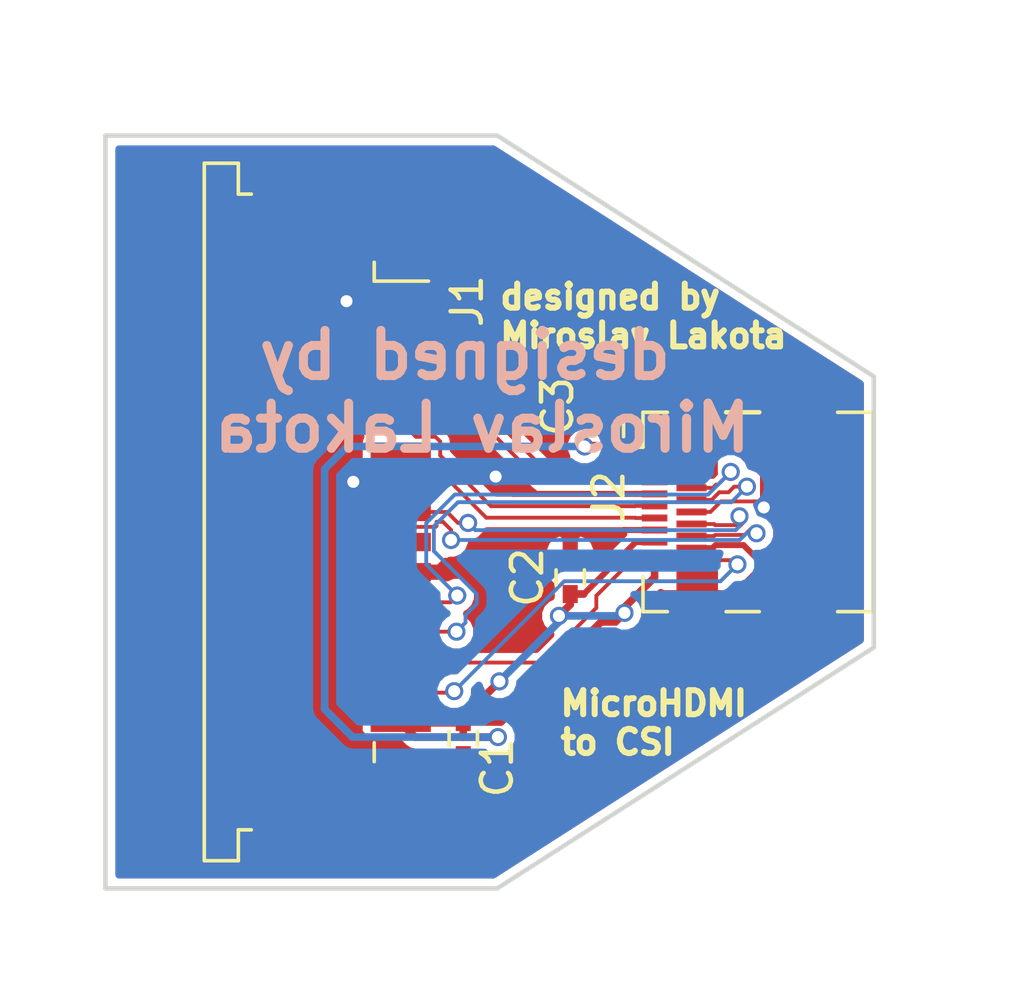
<source format=kicad_pcb>
(kicad_pcb (version 4) (host pcbnew 4.0.7)

  (general
    (links 32)
    (no_connects 0)
    (area 126.924999 87.424999 152.575001 112.575001)
    (thickness 1.6)
    (drawings 9)
    (tracks 242)
    (zones 0)
    (modules 5)
    (nets 13)
  )

  (page A4)
  (layers
    (0 F.Cu signal)
    (31 B.Cu signal)
    (32 B.Adhes user)
    (33 F.Adhes user)
    (34 B.Paste user)
    (35 F.Paste user)
    (36 B.SilkS user)
    (37 F.SilkS user)
    (38 B.Mask user)
    (39 F.Mask user)
    (40 Dwgs.User user)
    (41 Cmts.User user)
    (42 Eco1.User user)
    (43 Eco2.User user)
    (44 Edge.Cuts user)
    (45 Margin user)
    (46 B.CrtYd user)
    (47 F.CrtYd user)
    (48 B.Fab user)
    (49 F.Fab user)
  )

  (setup
    (last_trace_width 0.127)
    (user_trace_width 0.127)
    (user_trace_width 0.1524)
    (user_trace_width 0.2)
    (user_trace_width 0.254)
    (trace_clearance 0.127)
    (zone_clearance 0.254)
    (zone_45_only no)
    (trace_min 0.127)
    (segment_width 0.2)
    (edge_width 0.15)
    (via_size 0.6)
    (via_drill 0.4)
    (via_min_size 0.6)
    (via_min_drill 0.3)
    (uvia_size 0.3)
    (uvia_drill 0.1)
    (uvias_allowed no)
    (uvia_min_size 0.2)
    (uvia_min_drill 0.1)
    (pcb_text_width 0.3)
    (pcb_text_size 1.5 1.5)
    (mod_edge_width 0.15)
    (mod_text_size 1 1)
    (mod_text_width 0.15)
    (pad_size 1.524 1.524)
    (pad_drill 0.762)
    (pad_to_mask_clearance 0.2)
    (aux_axis_origin 0 0)
    (visible_elements 7FFFFFFF)
    (pcbplotparams
      (layerselection 0x010fc_80000001)
      (usegerberextensions false)
      (usegerberattributes true)
      (excludeedgelayer false)
      (linewidth 0.150000)
      (plotframeref false)
      (viasonmask false)
      (mode 1)
      (useauxorigin true)
      (hpglpennumber 1)
      (hpglpenspeed 20)
      (hpglpendiameter 15)
      (hpglpenoverlay 2)
      (psnegative false)
      (psa4output false)
      (plotreference true)
      (plotvalue true)
      (plotinvisibletext false)
      (padsonsilk false)
      (subtractmaskfromsilk false)
      (outputformat 1)
      (mirror false)
      (drillshape 0)
      (scaleselection 1)
      (outputdirectory GerberHDMItoCSI/))
  )

  (net 0 "")
  (net 1 /3V3)
  (net 2 GND)
  (net 3 /DSI1_D0-)
  (net 4 /DSI1_D0+)
  (net 5 /DSI1_D1-)
  (net 6 /DSI1_D1+)
  (net 7 /DSI1_C-)
  (net 8 /DSI1_C+)
  (net 9 /CAM_GPIO)
  (net 10 /CAM_CLK)
  (net 11 /SCL)
  (net 12 /SDA)

  (net_class Default "This is the default net class."
    (clearance 0.127)
    (trace_width 0.127)
    (via_dia 0.6)
    (via_drill 0.4)
    (uvia_dia 0.3)
    (uvia_drill 0.1)
    (add_net /3V3)
    (add_net /CAM_CLK)
    (add_net /CAM_GPIO)
    (add_net /DSI1_C+)
    (add_net /DSI1_C-)
    (add_net /DSI1_D0+)
    (add_net /DSI1_D0-)
    (add_net /DSI1_D1+)
    (add_net /DSI1_D1-)
    (add_net /SCL)
    (add_net /SDA)
    (add_net GND)
  )

  (module Capacitors_SMD:C_0402 (layer F.Cu) (tedit 58AA841A) (tstamp 5AC92D28)
    (at 138.875 107.525 270)
    (descr "Capacitor SMD 0402, reflow soldering, AVX (see smccp.pdf)")
    (tags "capacitor 0402")
    (path /5AC91378)
    (attr smd)
    (fp_text reference C1 (at 0.975 -1.125 270) (layer F.SilkS)
      (effects (font (size 1 1) (thickness 0.15)))
    )
    (fp_text value 1uF (at 0 1.27 270) (layer F.Fab)
      (effects (font (size 1 1) (thickness 0.15)))
    )
    (fp_text user %R (at 0 -1.27 270) (layer F.Fab)
      (effects (font (size 1 1) (thickness 0.15)))
    )
    (fp_line (start -0.5 0.25) (end -0.5 -0.25) (layer F.Fab) (width 0.1))
    (fp_line (start 0.5 0.25) (end -0.5 0.25) (layer F.Fab) (width 0.1))
    (fp_line (start 0.5 -0.25) (end 0.5 0.25) (layer F.Fab) (width 0.1))
    (fp_line (start -0.5 -0.25) (end 0.5 -0.25) (layer F.Fab) (width 0.1))
    (fp_line (start 0.25 -0.47) (end -0.25 -0.47) (layer F.SilkS) (width 0.12))
    (fp_line (start -0.25 0.47) (end 0.25 0.47) (layer F.SilkS) (width 0.12))
    (fp_line (start -1 -0.4) (end 1 -0.4) (layer F.CrtYd) (width 0.05))
    (fp_line (start -1 -0.4) (end -1 0.4) (layer F.CrtYd) (width 0.05))
    (fp_line (start 1 0.4) (end 1 -0.4) (layer F.CrtYd) (width 0.05))
    (fp_line (start 1 0.4) (end -1 0.4) (layer F.CrtYd) (width 0.05))
    (pad 1 smd rect (at -0.55 0 270) (size 0.6 0.5) (layers F.Cu F.Paste F.Mask)
      (net 1 /3V3))
    (pad 2 smd rect (at 0.55 0 270) (size 0.6 0.5) (layers F.Cu F.Paste F.Mask)
      (net 2 GND))
    (model Capacitors_SMD.3dshapes/C_0402.wrl
      (at (xyz 0 0 0))
      (scale (xyz 1 1 1))
      (rotate (xyz 0 0 0))
    )
  )

  (module Capacitors_SMD:C_0402 (layer F.Cu) (tedit 58AA841A) (tstamp 5AC92D39)
    (at 142.425 102.175 90)
    (descr "Capacitor SMD 0402, reflow soldering, AVX (see smccp.pdf)")
    (tags "capacitor 0402")
    (path /5AC9147C)
    (attr smd)
    (fp_text reference C2 (at 0 -1.425 90) (layer F.SilkS)
      (effects (font (size 1 1) (thickness 0.15)))
    )
    (fp_text value 1uF (at 0 1.27 90) (layer F.Fab)
      (effects (font (size 1 1) (thickness 0.15)))
    )
    (fp_text user %R (at 0 -1.27 90) (layer F.Fab)
      (effects (font (size 1 1) (thickness 0.15)))
    )
    (fp_line (start -0.5 0.25) (end -0.5 -0.25) (layer F.Fab) (width 0.1))
    (fp_line (start 0.5 0.25) (end -0.5 0.25) (layer F.Fab) (width 0.1))
    (fp_line (start 0.5 -0.25) (end 0.5 0.25) (layer F.Fab) (width 0.1))
    (fp_line (start -0.5 -0.25) (end 0.5 -0.25) (layer F.Fab) (width 0.1))
    (fp_line (start 0.25 -0.47) (end -0.25 -0.47) (layer F.SilkS) (width 0.12))
    (fp_line (start -0.25 0.47) (end 0.25 0.47) (layer F.SilkS) (width 0.12))
    (fp_line (start -1 -0.4) (end 1 -0.4) (layer F.CrtYd) (width 0.05))
    (fp_line (start -1 -0.4) (end -1 0.4) (layer F.CrtYd) (width 0.05))
    (fp_line (start 1 0.4) (end 1 -0.4) (layer F.CrtYd) (width 0.05))
    (fp_line (start 1 0.4) (end -1 0.4) (layer F.CrtYd) (width 0.05))
    (pad 1 smd rect (at -0.55 0 90) (size 0.6 0.5) (layers F.Cu F.Paste F.Mask)
      (net 1 /3V3))
    (pad 2 smd rect (at 0.55 0 90) (size 0.6 0.5) (layers F.Cu F.Paste F.Mask)
      (net 2 GND))
    (model Capacitors_SMD.3dshapes/C_0402.wrl
      (at (xyz 0 0 0))
      (scale (xyz 1 1 1))
      (rotate (xyz 0 0 0))
    )
  )

  (module Capacitors_SMD:C_0402 (layer F.Cu) (tedit 58AA841A) (tstamp 5AC92D4A)
    (at 143.725 97.25 90)
    (descr "Capacitor SMD 0402, reflow soldering, AVX (see smccp.pdf)")
    (tags "capacitor 0402")
    (path /5AC914D7)
    (attr smd)
    (fp_text reference C3 (at 0.75 -1.725 90) (layer F.SilkS)
      (effects (font (size 1 1) (thickness 0.15)))
    )
    (fp_text value 1uF (at 0 1.27 90) (layer F.Fab)
      (effects (font (size 1 1) (thickness 0.15)))
    )
    (fp_text user %R (at 0 -1.27 90) (layer F.Fab)
      (effects (font (size 1 1) (thickness 0.15)))
    )
    (fp_line (start -0.5 0.25) (end -0.5 -0.25) (layer F.Fab) (width 0.1))
    (fp_line (start 0.5 0.25) (end -0.5 0.25) (layer F.Fab) (width 0.1))
    (fp_line (start 0.5 -0.25) (end 0.5 0.25) (layer F.Fab) (width 0.1))
    (fp_line (start -0.5 -0.25) (end 0.5 -0.25) (layer F.Fab) (width 0.1))
    (fp_line (start 0.25 -0.47) (end -0.25 -0.47) (layer F.SilkS) (width 0.12))
    (fp_line (start -0.25 0.47) (end 0.25 0.47) (layer F.SilkS) (width 0.12))
    (fp_line (start -1 -0.4) (end 1 -0.4) (layer F.CrtYd) (width 0.05))
    (fp_line (start -1 -0.4) (end -1 0.4) (layer F.CrtYd) (width 0.05))
    (fp_line (start 1 0.4) (end 1 -0.4) (layer F.CrtYd) (width 0.05))
    (fp_line (start 1 0.4) (end -1 0.4) (layer F.CrtYd) (width 0.05))
    (pad 1 smd rect (at -0.55 0 90) (size 0.6 0.5) (layers F.Cu F.Paste F.Mask)
      (net 1 /3V3))
    (pad 2 smd rect (at 0.55 0 90) (size 0.6 0.5) (layers F.Cu F.Paste F.Mask)
      (net 2 GND))
    (model Capacitors_SMD.3dshapes/C_0402.wrl
      (at (xyz 0 0 0))
      (scale (xyz 1 1 1))
      (rotate (xyz 0 0 0))
    )
  )

  (module Connectors_TE-Connectivity:TE_1-84952-5_1x15_P1.0mm_Horizontal (layer F.Cu) (tedit 5A0358B4) (tstamp 5AC92D7F)
    (at 135 100 270)
    (descr "TE FPC connector, 15 bottom-side contacts, 1.0mm pitch, 1.0mm height, SMT, http://www.te.com/commerce/DocumentDelivery/DDEController?Action=srchrtrv&DocNm=84952&DocType=Customer+Drawing&DocLang=English&DocFormat=pdf&PartCntxt=84952-4")
    (tags "te fpc 84952")
    (path /5AC9041C)
    (attr smd)
    (fp_text reference J1 (at -7 -4 270) (layer F.SilkS)
      (effects (font (size 1 1) (thickness 0.15)))
    )
    (fp_text value RPI/CAM (at 0 6 270) (layer F.Fab)
      (effects (font (size 1 1) (thickness 0.15)))
    )
    (fp_line (start -10.435 -0.8) (end 10.435 -0.8) (layer F.Fab) (width 0.1))
    (fp_line (start 10.435 -0.8) (end 10.435 3.71) (layer F.Fab) (width 0.1))
    (fp_line (start 10.435 3.71) (end 11.46 3.71) (layer F.Fab) (width 0.1))
    (fp_line (start 11.46 3.71) (end 11.46 4.6) (layer F.Fab) (width 0.1))
    (fp_line (start 11.46 4.6) (end -11.46 4.6) (layer F.Fab) (width 0.1))
    (fp_line (start -11.46 4.6) (end -11.46 3.71) (layer F.Fab) (width 0.1))
    (fp_line (start -11.46 3.71) (end -10.435 3.71) (layer F.Fab) (width 0.1))
    (fp_line (start -10.435 3.71) (end -10.435 -0.8) (layer F.Fab) (width 0.1))
    (fp_line (start -7.5 -0.8) (end -7 0.2) (layer F.Fab) (width 0.1))
    (fp_line (start -7 0.2) (end -6.5 -0.8) (layer F.Fab) (width 0.1))
    (fp_line (start 10.435 4.6) (end 10.435 5.61) (layer F.Fab) (width 0.1))
    (fp_line (start 10.435 5.61) (end 11.46 5.61) (layer F.Fab) (width 0.1))
    (fp_line (start 11.46 5.61) (end 11.46 6.5) (layer F.Fab) (width 0.1))
    (fp_line (start 11.46 6.5) (end -11.46 6.5) (layer F.Fab) (width 0.1))
    (fp_line (start -11.46 6.5) (end -11.46 5.61) (layer F.Fab) (width 0.1))
    (fp_line (start -11.46 5.61) (end -10.435 5.61) (layer F.Fab) (width 0.1))
    (fp_line (start -10.435 5.61) (end -10.435 4.6) (layer F.Fab) (width 0.1))
    (fp_line (start 10.555 3.16) (end 10.555 3.59) (layer F.SilkS) (width 0.12))
    (fp_line (start 10.555 3.59) (end 11.58 3.59) (layer F.SilkS) (width 0.12))
    (fp_line (start 11.58 3.59) (end 11.58 4.72) (layer F.SilkS) (width 0.12))
    (fp_line (start 11.58 4.72) (end -11.58 4.72) (layer F.SilkS) (width 0.12))
    (fp_line (start -11.58 4.72) (end -11.58 3.59) (layer F.SilkS) (width 0.12))
    (fp_line (start -11.58 3.59) (end -10.555 3.59) (layer F.SilkS) (width 0.12))
    (fp_line (start -10.555 3.59) (end -10.555 3.16) (layer F.SilkS) (width 0.12))
    (fp_line (start -8.29 -0.92) (end -7.665 -0.92) (layer F.SilkS) (width 0.12))
    (fp_line (start -7.665 -0.92) (end -7.665 -2.72) (layer F.SilkS) (width 0.12))
    (fp_line (start 7.665 -0.92) (end 8.29 -0.92) (layer F.SilkS) (width 0.12))
    (fp_line (start -11.96 -3.3) (end -11.96 7) (layer F.CrtYd) (width 0.05))
    (fp_line (start -11.96 7) (end 11.96 7) (layer F.CrtYd) (width 0.05))
    (fp_line (start 11.96 7) (end 11.96 -3.3) (layer F.CrtYd) (width 0.05))
    (fp_line (start 11.96 -3.3) (end -11.96 -3.3) (layer F.CrtYd) (width 0.05))
    (fp_text user %R (at 9.5 6 270) (layer F.Fab)
      (effects (font (size 1 1) (thickness 0.15)))
    )
    (pad 1 smd rect (at -7 -1.8 270) (size 0.61 2) (layers F.Cu F.Paste F.Mask)
      (net 2 GND))
    (pad 2 smd rect (at -6 -1.8 270) (size 0.61 2) (layers F.Cu F.Paste F.Mask)
      (net 3 /DSI1_D0-))
    (pad 3 smd rect (at -5 -1.8 270) (size 0.61 2) (layers F.Cu F.Paste F.Mask)
      (net 4 /DSI1_D0+))
    (pad 4 smd rect (at -4 -1.8 270) (size 0.61 2) (layers F.Cu F.Paste F.Mask)
      (net 2 GND))
    (pad 5 smd rect (at -3 -1.8 270) (size 0.61 2) (layers F.Cu F.Paste F.Mask)
      (net 5 /DSI1_D1-))
    (pad 6 smd rect (at -2 -1.8 270) (size 0.61 2) (layers F.Cu F.Paste F.Mask)
      (net 6 /DSI1_D1+))
    (pad 7 smd rect (at -1 -1.8 270) (size 0.61 2) (layers F.Cu F.Paste F.Mask)
      (net 2 GND))
    (pad 8 smd rect (at 0 -1.8 270) (size 0.61 2) (layers F.Cu F.Paste F.Mask)
      (net 7 /DSI1_C-))
    (pad 9 smd rect (at 1 -1.8 270) (size 0.61 2) (layers F.Cu F.Paste F.Mask)
      (net 8 /DSI1_C+))
    (pad 10 smd rect (at 2 -1.8 270) (size 0.61 2) (layers F.Cu F.Paste F.Mask)
      (net 2 GND))
    (pad 11 smd rect (at 3 -1.8 270) (size 0.61 2) (layers F.Cu F.Paste F.Mask)
      (net 9 /CAM_GPIO))
    (pad 12 smd rect (at 4 -1.8 270) (size 0.61 2) (layers F.Cu F.Paste F.Mask)
      (net 10 /CAM_CLK))
    (pad 13 smd rect (at 5 -1.8 270) (size 0.61 2) (layers F.Cu F.Paste F.Mask)
      (net 11 /SCL))
    (pad 14 smd rect (at 6 -1.8 270) (size 0.61 2) (layers F.Cu F.Paste F.Mask)
      (net 12 /SDA))
    (pad 15 smd rect (at 7 -1.8 270) (size 0.61 2) (layers F.Cu F.Paste F.Mask)
      (net 1 /3V3))
    (pad "" smd rect (at -9.99 1 270) (size 2.68 3.6) (layers F.Cu F.Paste F.Mask))
    (pad "" smd rect (at 9.99 1 270) (size 2.68 3.6) (layers F.Cu F.Paste F.Mask))
    (model ${KISYS3DMOD}/Connectors_TE-Connectivity.3dshapes/TE_1-84952-5_1x15_P1.0mm_Horizontal.wrl
      (at (xyz 0 0 0))
      (scale (xyz 1 1 1))
      (rotate (xyz 0 0 0))
    )
  )

  (module Connectors_HDMI:HDMI_Micro-D_Molex_46765-0x01 (layer F.Cu) (tedit 597F88BE) (tstamp 5AC92DBD)
    (at 150 100 90)
    (descr "HDMI, Micro, Type D, SMD, 0.4mm pitch, 19 ckt, right angle (http://www.molex.com/pdm_docs/sd/467651301_sd.pdf)")
    (tags "hdmi micro type d right angle smd")
    (path /5AC905EA)
    (attr smd)
    (fp_text reference J2 (at 0.5 -6.3 90) (layer F.SilkS)
      (effects (font (size 1 1) (thickness 0.15)))
    )
    (fp_text value MicroHDMI (at 5.5 -4 180) (layer F.Fab)
      (effects (font (size 1 1) (thickness 0.15)))
    )
    (fp_text user KEEPOUT (at 0 -0.47 90) (layer Cmts.User)
      (effects (font (size 0.7 0.7) (thickness 0.1)))
    )
    (fp_line (start 1.8 -4.6) (end 1.3 -5.1) (layer F.Fab) (width 0.1))
    (fp_line (start 1.8 -4.6) (end 2.3 -5.1) (layer F.Fab) (width 0.1))
    (fp_line (start -3.31 2.46) (end 3.31 2.46) (layer F.SilkS) (width 0.12))
    (fp_line (start 2.35 -2.46) (end 2.35 1.7) (layer Dwgs.User) (width 0.1))
    (fp_line (start -2.35 -2.46) (end 2.35 -2.46) (layer Dwgs.User) (width 0.1))
    (fp_line (start -2.35 1.7) (end -2.35 -2.46) (layer Dwgs.User) (width 0.1))
    (fp_line (start -3 1.7) (end 3 1.7) (layer Dwgs.User) (width 0.1))
    (fp_line (start 4.3 -5.7) (end -4.3 -5.7) (layer F.CrtYd) (width 0.05))
    (fp_line (start 4.3 2.9) (end 4.3 -5.7) (layer F.CrtYd) (width 0.05))
    (fp_line (start -4.3 2.9) (end 4.3 2.9) (layer F.CrtYd) (width 0.05))
    (fp_line (start -4.3 -5.7) (end -4.3 2.9) (layer F.CrtYd) (width 0.05))
    (fp_line (start 3.31 1.3) (end 3.31 2.46) (layer F.SilkS) (width 0.12))
    (fp_line (start 3.31 -2.4) (end 3.31 -1.3) (layer F.SilkS) (width 0.15))
    (fp_line (start 3.31 -5.16) (end 3.31 -4.35) (layer F.SilkS) (width 0.12))
    (fp_line (start -3.31 -5.16) (end -2.15 -5.16) (layer F.SilkS) (width 0.12))
    (fp_line (start -3.31 -4.35) (end -3.31 -5.16) (layer F.SilkS) (width 0.12))
    (fp_line (start -3.31 -1.3) (end -3.31 -2.4) (layer F.SilkS) (width 0.12))
    (fp_line (start -3.31 2.46) (end -3.31 1.3) (layer F.SilkS) (width 0.12))
    (fp_line (start 3.25 2.4) (end -3.25 2.4) (layer F.Fab) (width 0.1))
    (fp_line (start 2.3 -5.1) (end 3.25 -5.1) (layer F.Fab) (width 0.1))
    (fp_text user %R (at 0 -3.3 90) (layer F.Fab)
      (effects (font (size 1 1) (thickness 0.15)))
    )
    (fp_line (start 2.15 -5.16) (end 3.31 -5.16) (layer F.SilkS) (width 0.12))
    (fp_line (start 1.65 1.7) (end 2.35 1) (layer Dwgs.User) (width 0.1))
    (fp_line (start 0.65 1.7) (end 2.35 0) (layer Dwgs.User) (width 0.1))
    (fp_line (start -2.35 -0.3) (end -0.19 -2.46) (layer Dwgs.User) (width 0.1))
    (fp_line (start -0.35 1.7) (end 2.35 -1) (layer Dwgs.User) (width 0.1))
    (fp_line (start -1.35 1.7) (end 2.35 -2) (layer Dwgs.User) (width 0.1))
    (fp_line (start -2.35 1.7) (end 1.81 -2.46) (layer Dwgs.User) (width 0.1))
    (fp_line (start 3.25 -5.1) (end 3.25 2.4) (layer F.Fab) (width 0.1))
    (fp_line (start -3.25 2.4) (end -3.25 -5.1) (layer F.Fab) (width 0.1))
    (fp_line (start -2.35 -1.3) (end -1.19 -2.46) (layer Dwgs.User) (width 0.1))
    (fp_line (start -2.35 0.7) (end 0.81 -2.46) (layer Dwgs.User) (width 0.1))
    (fp_line (start 2.15 -5.16) (end 2.15 -5.36) (layer F.SilkS) (width 0.12))
    (fp_line (start -3.25 -5.1) (end 1.3 -5.1) (layer F.Fab) (width 0.1))
    (pad 20 smd rect (at -2.85 0 90) (size 1.7 2) (layers F.Cu F.Paste F.Mask)
      (net 2 GND))
    (pad 20 smd rect (at 2.85 0 90) (size 1.7 2) (layers F.Cu F.Paste F.Mask)
      (net 2 GND))
    (pad 20 smd rect (at -2.85 -3.36 90) (size 1.8 1.38) (layers F.Cu F.Paste F.Mask)
      (net 2 GND))
    (pad 20 smd rect (at 2.85 -3.36 90) (size 1.8 1.38) (layers F.Cu F.Paste F.Mask)
      (net 2 GND))
    (pad 1 smd rect (at 1.8 -4.775 90) (size 0.23 0.85) (layers F.Cu F.Paste F.Mask)
      (net 1 /3V3))
    (pad 3 smd rect (at 1.4 -4.775 90) (size 0.23 0.85) (layers F.Cu F.Paste F.Mask)
      (net 3 /DSI1_D0-))
    (pad 5 smd rect (at 1 -4.775 90) (size 0.23 0.85) (layers F.Cu F.Paste F.Mask)
      (net 4 /DSI1_D0+))
    (pad 7 smd rect (at 0.6 -4.775 90) (size 0.23 0.85) (layers F.Cu F.Paste F.Mask)
      (net 2 GND))
    (pad 9 smd rect (at 0.2 -4.775 90) (size 0.23 0.85) (layers F.Cu F.Paste F.Mask)
      (net 5 /DSI1_D1-))
    (pad 11 smd rect (at -0.2 -4.775 90) (size 0.23 0.85) (layers F.Cu F.Paste F.Mask)
      (net 6 /DSI1_D1+))
    (pad 13 smd rect (at -0.6 -4.775 90) (size 0.23 0.85) (layers F.Cu F.Paste F.Mask)
      (net 2 GND))
    (pad 15 smd rect (at -1 -4.775 90) (size 0.23 0.85) (layers F.Cu F.Paste F.Mask)
      (net 1 /3V3))
    (pad 17 smd rect (at -1.4 -4.775 90) (size 0.23 0.85) (layers F.Cu F.Paste F.Mask)
      (net 11 /SCL))
    (pad 19 smd rect (at -1.8 -4.775 90) (size 0.23 0.85) (layers F.Cu F.Paste F.Mask)
      (net 1 /3V3))
    (pad 2 smd rect (at 1.6 -3.55 90) (size 0.23 1) (layers F.Cu F.Paste F.Mask)
      (net 1 /3V3))
    (pad 4 smd rect (at 1.2 -3.55 90) (size 0.23 1) (layers F.Cu F.Paste F.Mask)
      (net 2 GND))
    (pad 6 smd rect (at 0.8 -3.55 90) (size 0.23 1) (layers F.Cu F.Paste F.Mask)
      (net 9 /CAM_GPIO))
    (pad 8 smd rect (at 0.4 -3.55 90) (size 0.23 1) (layers F.Cu F.Paste F.Mask)
      (net 10 /CAM_CLK))
    (pad 10 smd rect (at 0 -3.55 90) (size 0.23 1) (layers F.Cu F.Paste F.Mask)
      (net 2 GND))
    (pad 12 smd rect (at -0.4 -3.55 90) (size 0.23 1) (layers F.Cu F.Paste F.Mask)
      (net 7 /DSI1_C-))
    (pad 14 smd rect (at -0.8 -3.55 90) (size 0.23 1) (layers F.Cu F.Paste F.Mask)
      (net 8 /DSI1_C+))
    (pad 16 smd rect (at -1.2 -3.55 90) (size 0.23 1) (layers F.Cu F.Paste F.Mask)
      (net 2 GND))
    (pad 18 smd rect (at -1.6 -3.55 90) (size 0.23 1) (layers F.Cu F.Paste F.Mask)
      (net 12 /SDA))
    (model ${KISYS3DMOD}/Connectors_HDMI.3dshapes/HDMI_Micro-D_Molex_46765-0x01.wrl
      (at (xyz 0 0 0))
      (scale (xyz 1 1 1))
      (rotate (xyz 0 0 0))
    )
  )

  (gr_text "MicroHDMI\nto CSI\n" (at 142 107) (layer F.SilkS) (tstamp 5ACA29F4)
    (effects (font (size 0.8 0.8) (thickness 0.2)) (justify left))
  )
  (gr_text "designed by\nMiroslav Lakota" (at 140 93.5) (layer F.SilkS)
    (effects (font (size 0.8 0.8) (thickness 0.2)) (justify left))
  )
  (gr_text "  designed by \nMiroslav Lakota\n" (at 139.5 96) (layer B.SilkS)
    (effects (font (size 1.5 1.5) (thickness 0.3)) (justify mirror))
  )
  (gr_line (start 152.5 104.5) (end 140 112.5) (layer Edge.Cuts) (width 0.15))
  (gr_line (start 152.5 95.5) (end 152.5 104.5) (layer Edge.Cuts) (width 0.15))
  (gr_line (start 140 87.5) (end 152.5 95.5) (layer Edge.Cuts) (width 0.15))
  (gr_line (start 127 87.5) (end 140 87.5) (layer Edge.Cuts) (width 0.15))
  (gr_line (start 127 112.5) (end 140 112.5) (layer Edge.Cuts) (width 0.15))
  (gr_line (start 127 87.5) (end 127 112.5) (layer Edge.Cuts) (width 0.15))

  (segment (start 140.025 107.475) (end 138.875 107.475) (width 0.254) (layer F.Cu) (net 1))
  (segment (start 138.875 107.475) (end 137.275 107.475) (width 0.254) (layer F.Cu) (net 1))
  (segment (start 138.875 106.975) (end 138.875 107.475) (width 0.254) (layer F.Cu) (net 1))
  (segment (start 140.025 107.475) (end 139.375 107.475) (width 0.254) (layer F.Cu) (net 1))
  (segment (start 137.275 107.475) (end 136.8 107) (width 0.254) (layer F.Cu) (net 1))
  (segment (start 134.275 106.55) (end 135.2 107.475) (width 0.254) (layer B.Cu) (net 1))
  (segment (start 135.2 107.475) (end 140.025 107.475) (width 0.254) (layer B.Cu) (net 1))
  (via (at 140.025 107.475) (size 0.6) (drill 0.4) (layers F.Cu B.Cu) (net 1))
  (segment (start 134.275 98.575) (end 134.275 106.55) (width 0.254) (layer B.Cu) (net 1))
  (segment (start 135.025 97.825) (end 134.275 98.575) (width 0.254) (layer B.Cu) (net 1))
  (segment (start 142.9 97.825) (end 135.025 97.825) (width 0.254) (layer B.Cu) (net 1))
  (segment (start 140.075 105.625) (end 142.05 103.65) (width 0.254) (layer B.Cu) (net 1))
  (segment (start 142.05 103.65) (end 142.05 103.45) (width 0.254) (layer B.Cu) (net 1))
  (segment (start 138.875 106.975) (end 138.875 106.825) (width 0.254) (layer F.Cu) (net 1))
  (segment (start 138.875 106.825) (end 140.075 105.625) (width 0.254) (layer F.Cu) (net 1))
  (via (at 140.075 105.625) (size 0.6) (drill 0.4) (layers F.Cu B.Cu) (net 1))
  (segment (start 143.450001 103.649999) (end 140.125 106.975) (width 0.254) (layer F.Cu) (net 1))
  (segment (start 140.125 106.975) (end 138.875 106.975) (width 0.254) (layer F.Cu) (net 1))
  (segment (start 144.225 103.35) (end 143.925001 103.649999) (width 0.254) (layer F.Cu) (net 1))
  (segment (start 143.925001 103.649999) (end 143.450001 103.649999) (width 0.254) (layer F.Cu) (net 1))
  (segment (start 136.8 107) (end 138.85 107) (width 0.254) (layer F.Cu) (net 1))
  (segment (start 138.85 107) (end 138.875 106.975) (width 0.254) (layer F.Cu) (net 1))
  (segment (start 142.05 103.45) (end 144.125 103.45) (width 0.254) (layer B.Cu) (net 1))
  (segment (start 144.125 103.45) (end 144.225 103.35) (width 0.254) (layer B.Cu) (net 1))
  (segment (start 142.425 102.725) (end 142.425 103.075) (width 0.254) (layer F.Cu) (net 1))
  (segment (start 142.425 103.075) (end 142.05 103.45) (width 0.254) (layer F.Cu) (net 1))
  (via (at 142.05 103.45) (size 0.6) (drill 0.4) (layers F.Cu B.Cu) (net 1))
  (via (at 144.225 103.35) (size 0.6) (drill 0.4) (layers F.Cu B.Cu) (net 1))
  (segment (start 144.225 103.169) (end 144.225 103.35) (width 0.254) (layer F.Cu) (net 1))
  (segment (start 145.225 101.8) (end 145.225 102.169) (width 0.254) (layer F.Cu) (net 1))
  (segment (start 145.225 102.169) (end 144.225 103.169) (width 0.254) (layer F.Cu) (net 1))
  (segment (start 143.725 97.8) (end 142.925 97.8) (width 0.254) (layer F.Cu) (net 1))
  (segment (start 142.925 97.8) (end 142.9 97.825) (width 0.254) (layer F.Cu) (net 1))
  (via (at 142.9 97.825) (size 0.6) (drill 0.4) (layers F.Cu B.Cu) (net 1))
  (segment (start 142.425 102.725) (end 142.875 102.725) (width 0.254) (layer F.Cu) (net 1))
  (segment (start 143.725 97.8) (end 144.825 97.8) (width 0.2) (layer F.Cu) (net 1))
  (segment (start 144.825 97.8) (end 145.225 98.2) (width 0.2) (layer F.Cu) (net 1))
  (segment (start 146.45 98.4) (end 145.973602 98.4) (width 0.2) (layer F.Cu) (net 1))
  (segment (start 145.973602 98.4) (end 145.773602 98.2) (width 0.2) (layer F.Cu) (net 1))
  (segment (start 145.773602 98.2) (end 145.225 98.2) (width 0.2) (layer F.Cu) (net 1))
  (segment (start 145.225 101) (end 144.6 101) (width 0.2) (layer F.Cu) (net 1))
  (segment (start 144.6 101) (end 142.875 102.725) (width 0.2) (layer F.Cu) (net 1))
  (segment (start 139.95 98.825) (end 135.4 98.825) (width 0.2) (layer B.Cu) (net 2))
  (segment (start 135.4 98.825) (end 135.225 99) (width 0.2) (layer B.Cu) (net 2))
  (segment (start 136.8 93) (end 135 93) (width 0.2) (layer F.Cu) (net 2))
  (via (at 135 93) (size 0.6) (drill 0.4) (layers F.Cu B.Cu) (net 2))
  (segment (start 136.8 102) (end 137.9 102) (width 0.2) (layer F.Cu) (net 2))
  (segment (start 142.425 101.625) (end 138.275 101.625) (width 0.2) (layer F.Cu) (net 2))
  (segment (start 138.275 101.625) (end 137.9 102) (width 0.2) (layer F.Cu) (net 2))
  (segment (start 145.225 100.6) (end 144.2 100.6) (width 0.2) (layer F.Cu) (net 2))
  (segment (start 144.2 100.6) (end 143.175 101.625) (width 0.2) (layer F.Cu) (net 2))
  (segment (start 143.175 101.625) (end 142.425 101.625) (width 0.2) (layer F.Cu) (net 2))
  (segment (start 146.64 97.15) (end 147.584 97.15) (width 0.254) (layer F.Cu) (net 2))
  (segment (start 147.584 97.15) (end 150 97.15) (width 0.254) (layer F.Cu) (net 2))
  (segment (start 148.85 99.85) (end 148.85 98.3) (width 0.254) (layer F.Cu) (net 2))
  (segment (start 148.85 98.3) (end 150 97.15) (width 0.254) (layer F.Cu) (net 2))
  (segment (start 149.45 100.025736) (end 149.45 101.15) (width 0.254) (layer F.Cu) (net 2))
  (segment (start 149.45 101.15) (end 148.725 101.875) (width 0.254) (layer F.Cu) (net 2))
  (segment (start 148.85 99.85) (end 149.274264 99.85) (width 0.254) (layer F.Cu) (net 2))
  (segment (start 149.274264 99.85) (end 149.45 100.025736) (width 0.254) (layer F.Cu) (net 2))
  (segment (start 136.8 96) (end 135.546 96) (width 0.254) (layer F.Cu) (net 2))
  (segment (start 135.546 96) (end 134.996 95.45) (width 0.254) (layer F.Cu) (net 2))
  (segment (start 134.996 95.45) (end 134.9 95.45) (width 0.254) (layer F.Cu) (net 2))
  (segment (start 136.8 93) (end 135.546 93) (width 0.254) (layer F.Cu) (net 2))
  (segment (start 135.546 93) (end 134.9 93.646) (width 0.254) (layer F.Cu) (net 2))
  (segment (start 134.9 93.646) (end 134.9 93.7) (width 0.254) (layer F.Cu) (net 2))
  (segment (start 134.875 102.35) (end 134.875 102.1) (width 0.254) (layer F.Cu) (net 2))
  (segment (start 134.875 103.23) (end 134.875 102.35) (width 0.254) (layer F.Cu) (net 2))
  (segment (start 134.875 102.35) (end 134.875 94.23) (width 0.254) (layer F.Cu) (net 2))
  (segment (start 134.875 94.23) (end 134.9 94.205) (width 0.254) (layer F.Cu) (net 2))
  (segment (start 134.9 94.205) (end 134.9 93.7) (width 0.254) (layer F.Cu) (net 2))
  (segment (start 134.875 101.275) (end 134.875 101.175) (width 0.2) (layer F.Cu) (net 2))
  (segment (start 134.875 101.175) (end 134.875 99.425) (width 0.2) (layer F.Cu) (net 2))
  (segment (start 136.8 102) (end 135.546 102) (width 0.254) (layer F.Cu) (net 2))
  (segment (start 135.546 102) (end 134.875 101.329) (width 0.254) (layer F.Cu) (net 2))
  (segment (start 134.875 101.329) (end 134.875 101.175) (width 0.254) (layer F.Cu) (net 2))
  (segment (start 134.875 102.1) (end 134.875 101.275) (width 0.2) (layer F.Cu) (net 2))
  (segment (start 134.875 106.788602) (end 134.875 103.23) (width 0.254) (layer F.Cu) (net 2))
  (segment (start 138.875 108.075) (end 136.161398 108.075) (width 0.254) (layer F.Cu) (net 2))
  (segment (start 136.161398 108.075) (end 134.875 106.788602) (width 0.254) (layer F.Cu) (net 2))
  (segment (start 142.425 101.625) (end 142.55 101.625) (width 0.2) (layer F.Cu) (net 2))
  (segment (start 142.55 101.5) (end 142.425 101.625) (width 0.254) (layer F.Cu) (net 2))
  (segment (start 147.427 99.65) (end 148.65 99.65) (width 0.127) (layer F.Cu) (net 2))
  (via (at 148.85 99.85) (size 0.6) (drill 0.4) (layers F.Cu B.Cu) (net 2))
  (segment (start 147.15 98.8) (end 147.224164 98.725836) (width 0.2) (layer F.Cu) (net 2))
  (segment (start 146.45 98.8) (end 147.15 98.8) (width 0.2) (layer F.Cu) (net 2))
  (segment (start 147.224164 98.725836) (end 147.224164 97.734164) (width 0.2) (layer F.Cu) (net 2))
  (segment (start 147.224164 97.734164) (end 146.64 97.15) (width 0.2) (layer F.Cu) (net 2))
  (segment (start 148.65 99.65) (end 148.85 99.85) (width 0.127) (layer F.Cu) (net 2))
  (segment (start 146.45 100) (end 147.077 100) (width 0.127) (layer F.Cu) (net 2))
  (segment (start 147.077 100) (end 147.427 99.65) (width 0.127) (layer F.Cu) (net 2))
  (segment (start 138 93) (end 141.5 96.5) (width 0.2) (layer F.Cu) (net 2))
  (segment (start 143.725 96.7) (end 141.7 96.7) (width 0.2) (layer F.Cu) (net 2))
  (segment (start 141.7 96.7) (end 141.5 96.5) (width 0.2) (layer F.Cu) (net 2))
  (segment (start 143.725 96.7) (end 145.3 96.7) (width 0.2) (layer F.Cu) (net 2))
  (segment (start 145.3 96.7) (end 145.75 97.15) (width 0.2) (layer F.Cu) (net 2))
  (segment (start 150 102.85) (end 148.8 102.85) (width 0.2) (layer F.Cu) (net 2))
  (segment (start 148.8 102.85) (end 147.75 102.85) (width 0.2) (layer F.Cu) (net 2))
  (segment (start 146.45 101.2) (end 147.15 101.2) (width 0.2) (layer F.Cu) (net 2))
  (segment (start 147.15 101.2) (end 147.25 101.1) (width 0.2) (layer F.Cu) (net 2))
  (segment (start 148.725 101.65) (end 148.725 101.875) (width 0.2) (layer F.Cu) (net 2))
  (segment (start 147.25 101.1) (end 148.175 101.1) (width 0.2) (layer F.Cu) (net 2))
  (segment (start 148.175 101.1) (end 148.725 101.65) (width 0.2) (layer F.Cu) (net 2))
  (segment (start 148.725 101.875) (end 147.75 102.85) (width 0.2) (layer F.Cu) (net 2))
  (segment (start 147.75 102.85) (end 146.64 102.85) (width 0.2) (layer F.Cu) (net 2))
  (segment (start 134.875 99.425) (end 134.875 98.275) (width 0.2) (layer F.Cu) (net 2))
  (segment (start 134.875 99.425) (end 134.875 99.35) (width 0.2) (layer F.Cu) (net 2))
  (segment (start 134.875 99.35) (end 135.225 99) (width 0.2) (layer F.Cu) (net 2))
  (segment (start 135.125 99) (end 135.225 99) (width 0.2) (layer B.Cu) (net 2))
  (via (at 135.225 99) (size 0.6) (drill 0.4) (layers F.Cu B.Cu) (net 2))
  (segment (start 139.95 98.825) (end 139.525736 98.825) (width 0.2) (layer B.Cu) (net 2))
  (segment (start 144.6 99.4) (end 140.525 99.4) (width 0.2) (layer F.Cu) (net 2))
  (segment (start 140.525 99.4) (end 139.95 98.825) (width 0.2) (layer F.Cu) (net 2))
  (via (at 139.95 98.825) (size 0.6) (drill 0.4) (layers F.Cu B.Cu) (net 2))
  (segment (start 145.225 99.4) (end 144.6 99.4) (width 0.2) (layer F.Cu) (net 2))
  (segment (start 134.9 95.45) (end 134.9 97.205) (width 0.2) (layer F.Cu) (net 2))
  (segment (start 134.9 97.205) (end 134.875 97.23) (width 0.2) (layer F.Cu) (net 2))
  (segment (start 136.8 102) (end 135.6 102) (width 0.2) (layer F.Cu) (net 2))
  (segment (start 135.6 102) (end 134.875 101.275) (width 0.2) (layer F.Cu) (net 2))
  (segment (start 134.875 97.23) (end 134.875 97.625) (width 0.2) (layer F.Cu) (net 2))
  (segment (start 134.875 97.625) (end 134.875 97.77) (width 0.2) (layer F.Cu) (net 2))
  (segment (start 136.8 99) (end 135.6 99) (width 0.2) (layer F.Cu) (net 2))
  (segment (start 135.6 99) (end 134.875 98.275) (width 0.2) (layer F.Cu) (net 2))
  (segment (start 134.875 98.275) (end 134.875 97.625) (width 0.2) (layer F.Cu) (net 2))
  (segment (start 136.8 96) (end 136.105 96) (width 0.2) (layer F.Cu) (net 2))
  (segment (start 136.105 96) (end 134.875 97.23) (width 0.2) (layer F.Cu) (net 2))
  (segment (start 134.9 93.7) (end 134.9 95.45) (width 0.2) (layer F.Cu) (net 2))
  (segment (start 136.8 93) (end 138 93) (width 0.2) (layer F.Cu) (net 2))
  (segment (start 145.75 97.15) (end 146.64 97.15) (width 0.2) (layer F.Cu) (net 2))
  (segment (start 146.325 103.165) (end 146.64 102.85) (width 0.2) (layer F.Cu) (net 2))
  (segment (start 141.596204 98.6095) (end 144.578 98.6095) (width 0.127) (layer F.Cu) (net 3))
  (segment (start 137.304499 94.504499) (end 137.952401 94.504499) (width 0.127) (layer F.Cu) (net 3))
  (segment (start 136.8 94) (end 137.304499 94.504499) (width 0.127) (layer F.Cu) (net 3))
  (segment (start 137.952401 94.504499) (end 138.110213 94.662311) (width 0.127) (layer F.Cu) (net 3))
  (segment (start 138.110213 94.662311) (end 138.110213 95.123509) (width 0.127) (layer F.Cu) (net 3))
  (segment (start 138.110213 95.123509) (end 141.596204 98.6095) (width 0.127) (layer F.Cu) (net 3))
  (segment (start 144.578 98.6095) (end 144.5875 98.6) (width 0.127) (layer F.Cu) (net 3))
  (segment (start 144.5875 98.6) (end 145.225 98.6) (width 0.127) (layer F.Cu) (net 3))
  (segment (start 136.8 95) (end 137.261185 95) (width 0.127) (layer F.Cu) (net 4))
  (segment (start 137.261185 95) (end 137.765684 95.504499) (width 0.127) (layer F.Cu) (net 4))
  (segment (start 137.765684 95.504499) (end 137.952401 95.504499) (width 0.127) (layer F.Cu) (net 4))
  (segment (start 137.952401 95.504499) (end 141.438402 98.9905) (width 0.127) (layer F.Cu) (net 4))
  (segment (start 141.438402 98.9905) (end 144.578 98.9905) (width 0.127) (layer F.Cu) (net 4))
  (segment (start 144.578 98.9905) (end 144.5875 99) (width 0.127) (layer F.Cu) (net 4))
  (segment (start 144.5875 99) (end 145.225 99) (width 0.127) (layer F.Cu) (net 4))
  (segment (start 144.578 99.8095) (end 144.5875 99.8) (width 0.127) (layer F.Cu) (net 5))
  (segment (start 137.304499 97.504499) (end 137.952401 97.504499) (width 0.127) (layer F.Cu) (net 5))
  (segment (start 136.8 97) (end 137.304499 97.504499) (width 0.127) (layer F.Cu) (net 5))
  (segment (start 144.5875 99.8) (end 145.225 99.8) (width 0.127) (layer F.Cu) (net 5))
  (segment (start 137.952401 97.504499) (end 138.110213 97.662311) (width 0.127) (layer F.Cu) (net 5))
  (segment (start 138.110213 97.662311) (end 138.110213 98.123509) (width 0.127) (layer F.Cu) (net 5))
  (segment (start 138.110213 98.123509) (end 139.796204 99.8095) (width 0.127) (layer F.Cu) (net 5))
  (segment (start 139.796204 99.8095) (end 144.578 99.8095) (width 0.127) (layer F.Cu) (net 5))
  (segment (start 136.8 98) (end 137.261185 98) (width 0.127) (layer F.Cu) (net 6))
  (segment (start 137.261185 98) (end 137.765684 98.504499) (width 0.127) (layer F.Cu) (net 6))
  (segment (start 144.5875 100.2) (end 145.225 100.2) (width 0.127) (layer F.Cu) (net 6))
  (segment (start 137.765684 98.504499) (end 137.952401 98.504499) (width 0.127) (layer F.Cu) (net 6))
  (segment (start 137.952401 98.504499) (end 139.638402 100.1905) (width 0.127) (layer F.Cu) (net 6))
  (segment (start 139.638402 100.1905) (end 144.578 100.1905) (width 0.127) (layer F.Cu) (net 6))
  (segment (start 144.578 100.1905) (end 144.5875 100.2) (width 0.127) (layer F.Cu) (net 6))
  (segment (start 148.042158 100.142158) (end 148.209389 100.309389) (width 0.127) (layer F.Cu) (net 7))
  (segment (start 148.209389 100.309389) (end 148.082278 100.4365) (width 0.127) (layer F.Cu) (net 7))
  (segment (start 148.082278 100.4365) (end 147.2365 100.4365) (width 0.127) (layer F.Cu) (net 7))
  (segment (start 147.2365 100.4365) (end 147.2 100.4) (width 0.127) (layer F.Cu) (net 7))
  (segment (start 147.2 100.4) (end 146.45 100.4) (width 0.127) (layer F.Cu) (net 7))
  (via (at 148.042158 100.142158) (size 0.6) (drill 0.4) (layers F.Cu B.Cu) (net 7))
  (segment (start 148.042158 100.476619) (end 148.042158 100.142158) (width 0.127) (layer B.Cu) (net 7))
  (segment (start 139.035654 100.364518) (end 139.274339 100.603203) (width 0.127) (layer B.Cu) (net 7))
  (segment (start 139.274339 100.603203) (end 147.915574 100.603203) (width 0.127) (layer B.Cu) (net 7))
  (segment (start 147.915574 100.603203) (end 148.042158 100.476619) (width 0.127) (layer B.Cu) (net 7))
  (via (at 139.035654 100.364518) (size 0.6) (drill 0.4) (layers F.Cu B.Cu) (net 7))
  (segment (start 136.8 100) (end 138.336675 100) (width 0.127) (layer F.Cu) (net 7))
  (segment (start 138.336675 100) (end 138.701193 100.364518) (width 0.127) (layer F.Cu) (net 7))
  (segment (start 138.701193 100.364518) (end 139.035654 100.364518) (width 0.127) (layer F.Cu) (net 7))
  (segment (start 148.607842 100.707842) (end 148.440611 100.540611) (width 0.127) (layer F.Cu) (net 8))
  (segment (start 148.440611 100.540611) (end 148.217722 100.7635) (width 0.127) (layer F.Cu) (net 8))
  (segment (start 148.217722 100.7635) (end 147.2365 100.7635) (width 0.127) (layer F.Cu) (net 8))
  (segment (start 147.2365 100.7635) (end 147.2 100.8) (width 0.127) (layer F.Cu) (net 8))
  (segment (start 147.2 100.8) (end 146.45 100.8) (width 0.127) (layer F.Cu) (net 8))
  (via (at 148.607842 100.707842) (size 0.6) (drill 0.4) (layers F.Cu B.Cu) (net 8))
  (segment (start 138.46997 100.930202) (end 148.051021 100.930202) (width 0.127) (layer B.Cu) (net 8))
  (segment (start 148.273381 100.707842) (end 148.607842 100.707842) (width 0.127) (layer B.Cu) (net 8))
  (segment (start 148.051021 100.930202) (end 148.273381 100.707842) (width 0.127) (layer B.Cu) (net 8))
  (via (at 138.46997 100.930202) (size 0.6) (drill 0.4) (layers F.Cu B.Cu) (net 8))
  (segment (start 138.46997 100.595741) (end 138.46997 100.930202) (width 0.127) (layer F.Cu) (net 8))
  (segment (start 136.8 101) (end 137.304499 100.495501) (width 0.127) (layer F.Cu) (net 8))
  (segment (start 137.304499 100.495501) (end 137.952401 100.495501) (width 0.127) (layer F.Cu) (net 8))
  (segment (start 137.952401 100.495501) (end 137.990501 100.457401) (width 0.127) (layer F.Cu) (net 8))
  (segment (start 137.990501 100.457401) (end 137.990501 100.326999) (width 0.127) (layer F.Cu) (net 8))
  (segment (start 137.990501 100.326999) (end 138.201228 100.326999) (width 0.127) (layer F.Cu) (net 8))
  (segment (start 138.201228 100.326999) (end 138.46997 100.595741) (width 0.127) (layer F.Cu) (net 8))
  (segment (start 147.451167 98.971067) (end 147.751166 98.671068) (width 0.127) (layer B.Cu) (net 9))
  (segment (start 147.001245 99.420989) (end 147.451167 98.971067) (width 0.127) (layer B.Cu) (net 9))
  (segment (start 138.594786 99.420989) (end 147.001245 99.420989) (width 0.127) (layer B.Cu) (net 9))
  (segment (start 137.645989 100.369786) (end 138.594786 99.420989) (width 0.127) (layer B.Cu) (net 9))
  (segment (start 137.645989 101.745989) (end 137.645989 100.369786) (width 0.127) (layer B.Cu) (net 9))
  (segment (start 138.675 102.775) (end 137.645989 101.745989) (width 0.127) (layer B.Cu) (net 9))
  (via (at 147.751166 98.671068) (size 0.6) (drill 0.4) (layers F.Cu B.Cu) (net 9))
  (segment (start 147.266572 99.091978) (end 147.330256 99.091978) (width 0.127) (layer F.Cu) (net 9))
  (segment (start 146.45 99.2) (end 147.15855 99.2) (width 0.127) (layer F.Cu) (net 9))
  (segment (start 147.330256 99.091978) (end 147.451167 98.971067) (width 0.127) (layer F.Cu) (net 9))
  (segment (start 147.451167 98.971067) (end 147.751166 98.671068) (width 0.127) (layer F.Cu) (net 9))
  (segment (start 147.15855 99.2) (end 147.266572 99.091978) (width 0.127) (layer F.Cu) (net 9))
  (segment (start 136.8 103) (end 138.45 103) (width 0.127) (layer F.Cu) (net 9))
  (segment (start 138.45 103) (end 138.675 102.775) (width 0.127) (layer F.Cu) (net 9))
  (via (at 138.675 102.775) (size 0.6) (drill 0.4) (layers F.Cu B.Cu) (net 9))
  (segment (start 138.7 99.675) (end 147.774163 99.675) (width 0.127) (layer B.Cu) (net 10))
  (segment (start 147.774163 99.675) (end 148.289673 99.15949) (width 0.127) (layer B.Cu) (net 10))
  (segment (start 137.9 100.475) (end 138.7 99.675) (width 0.127) (layer B.Cu) (net 10))
  (segment (start 137.9 101.3) (end 137.9 100.475) (width 0.127) (layer B.Cu) (net 10))
  (segment (start 139.325 102.725) (end 137.9 101.3) (width 0.127) (layer B.Cu) (net 10))
  (segment (start 139.325 103.05) (end 139.325 102.725) (width 0.127) (layer B.Cu) (net 10))
  (segment (start 138.949999 103.425001) (end 139.325 103.05) (width 0.127) (layer B.Cu) (net 10))
  (segment (start 138.65 103.975) (end 138.949999 103.675001) (width 0.127) (layer B.Cu) (net 10))
  (segment (start 138.949999 103.675001) (end 138.949999 103.425001) (width 0.127) (layer B.Cu) (net 10))
  (segment (start 147.371786 99.345989) (end 147.67891 99.345989) (width 0.127) (layer F.Cu) (net 10))
  (segment (start 147.67891 99.345989) (end 147.865409 99.15949) (width 0.127) (layer F.Cu) (net 10))
  (via (at 148.289673 99.15949) (size 0.6) (drill 0.4) (layers F.Cu B.Cu) (net 10))
  (segment (start 147.865409 99.15949) (end 148.289673 99.15949) (width 0.127) (layer F.Cu) (net 10))
  (segment (start 147.117775 99.6) (end 147.371786 99.345989) (width 0.127) (layer F.Cu) (net 10))
  (segment (start 146.45 99.6) (end 147.117775 99.6) (width 0.127) (layer F.Cu) (net 10))
  (segment (start 148.289673 99.222031) (end 148.289673 99.15949) (width 0.127) (layer B.Cu) (net 10))
  (segment (start 138.65 103.975) (end 136.825 103.975) (width 0.127) (layer F.Cu) (net 10))
  (segment (start 136.825 103.975) (end 136.8 104) (width 0.127) (layer F.Cu) (net 10))
  (via (at 138.65 103.975) (size 0.6) (drill 0.4) (layers F.Cu B.Cu) (net 10))
  (segment (start 137.927 105) (end 136.8 105) (width 0.127) (layer F.Cu) (net 11))
  (segment (start 141.475944 105) (end 137.927 105) (width 0.127) (layer F.Cu) (net 11))
  (segment (start 143.290502 102.782498) (end 143.290502 103.185442) (width 0.127) (layer F.Cu) (net 11))
  (segment (start 144.673 101.4) (end 143.290502 102.782498) (width 0.127) (layer F.Cu) (net 11))
  (segment (start 145.225 101.4) (end 144.673 101.4) (width 0.127) (layer F.Cu) (net 11))
  (segment (start 143.290502 103.185442) (end 141.475944 105) (width 0.127) (layer F.Cu) (net 11))
  (segment (start 147.673864 102.040509) (end 147.973863 101.74051) (width 0.127) (layer B.Cu) (net 12))
  (segment (start 147.414373 102.3) (end 147.673864 102.040509) (width 0.127) (layer B.Cu) (net 12))
  (segment (start 142.225 102.3) (end 147.414373 102.3) (width 0.127) (layer B.Cu) (net 12))
  (segment (start 147.833353 101.6) (end 147.973863 101.74051) (width 0.127) (layer F.Cu) (net 12))
  (segment (start 146.45 101.6) (end 147.833353 101.6) (width 0.127) (layer F.Cu) (net 12))
  (segment (start 138.575 105.95) (end 142.225 102.3) (width 0.127) (layer B.Cu) (net 12))
  (via (at 147.973863 101.74051) (size 0.6) (drill 0.4) (layers F.Cu B.Cu) (net 12))
  (segment (start 137.927 106) (end 138.525 106) (width 0.127) (layer F.Cu) (net 12))
  (segment (start 138.525 106) (end 138.575 105.95) (width 0.127) (layer F.Cu) (net 12))
  (via (at 138.575 105.95) (size 0.6) (drill 0.4) (layers F.Cu B.Cu) (net 12))
  (segment (start 136.8 106) (end 137.927 106) (width 0.127) (layer F.Cu) (net 12))

  (zone (net 2) (net_name GND) (layer F.Cu) (tstamp 0) (hatch edge 0.508)
    (connect_pads (clearance 0.254))
    (min_thickness 0.254)
    (fill yes (arc_segments 16) (thermal_gap 0.508) (thermal_bridge_width 0.508))
    (polygon
      (pts
        (xy 124 83) (xy 157.5 83) (xy 157.5 116.5) (xy 123.5 116.5) (xy 123.5 83)
      )
    )
    (filled_polygon
      (pts
        (xy 152.044 95.749554) (xy 152.044 104.250446) (xy 139.866573 112.044) (xy 127.456 112.044) (xy 127.456 108.65)
        (xy 131.811536 108.65) (xy 131.811536 111.33) (xy 131.838103 111.47119) (xy 131.921546 111.600865) (xy 132.048866 111.687859)
        (xy 132.2 111.718464) (xy 135.8 111.718464) (xy 135.94119 111.691897) (xy 136.070865 111.608454) (xy 136.157859 111.481134)
        (xy 136.188464 111.33) (xy 136.188464 108.65) (xy 136.161897 108.50881) (xy 136.078454 108.379135) (xy 136.051547 108.36075)
        (xy 137.99 108.36075) (xy 137.99 108.501309) (xy 138.086673 108.734698) (xy 138.265301 108.913327) (xy 138.49869 109.01)
        (xy 138.59125 109.01) (xy 138.75 108.85125) (xy 138.75 108.202) (xy 138.14875 108.202) (xy 137.99 108.36075)
        (xy 136.051547 108.36075) (xy 135.951134 108.292141) (xy 135.8 108.261536) (xy 132.2 108.261536) (xy 132.05881 108.288103)
        (xy 131.929135 108.371546) (xy 131.842141 108.498866) (xy 131.811536 108.65) (xy 127.456 108.65) (xy 127.456 93.28575)
        (xy 135.165 93.28575) (xy 135.165 93.431309) (xy 135.261673 93.664698) (xy 135.411536 93.814562) (xy 135.411536 94.305)
        (xy 135.438103 94.44619) (xy 135.47243 94.499536) (xy 135.442141 94.543866) (xy 135.411536 94.695) (xy 135.411536 95.185438)
        (xy 135.261673 95.335302) (xy 135.165 95.568691) (xy 135.165 95.71425) (xy 135.32375 95.873) (xy 136.673 95.873)
        (xy 136.673 95.853) (xy 136.927 95.853) (xy 136.927 95.873) (xy 136.947 95.873) (xy 136.947 96.127)
        (xy 136.927 96.127) (xy 136.927 96.147) (xy 136.673 96.147) (xy 136.673 96.127) (xy 135.32375 96.127)
        (xy 135.165 96.28575) (xy 135.165 96.431309) (xy 135.261673 96.664698) (xy 135.411536 96.814562) (xy 135.411536 97.305)
        (xy 135.438103 97.44619) (xy 135.47243 97.499536) (xy 135.442141 97.543866) (xy 135.411536 97.695) (xy 135.411536 98.185438)
        (xy 135.261673 98.335302) (xy 135.165 98.568691) (xy 135.165 98.71425) (xy 135.32375 98.873) (xy 136.673 98.873)
        (xy 136.673 98.853) (xy 136.927 98.853) (xy 136.927 98.873) (xy 136.947 98.873) (xy 136.947 99.127)
        (xy 136.927 99.127) (xy 136.927 99.147) (xy 136.673 99.147) (xy 136.673 99.127) (xy 135.32375 99.127)
        (xy 135.165 99.28575) (xy 135.165 99.431309) (xy 135.261673 99.664698) (xy 135.411536 99.814562) (xy 135.411536 100.305)
        (xy 135.438103 100.44619) (xy 135.47243 100.499536) (xy 135.442141 100.543866) (xy 135.411536 100.695) (xy 135.411536 101.185438)
        (xy 135.261673 101.335302) (xy 135.165 101.568691) (xy 135.165 101.71425) (xy 135.32375 101.873) (xy 136.673 101.873)
        (xy 136.673 101.853) (xy 136.927 101.853) (xy 136.927 101.873) (xy 138.27625 101.873) (xy 138.435 101.71425)
        (xy 138.435 101.611172) (xy 138.604835 101.61132) (xy 138.855222 101.507863) (xy 139.046957 101.316461) (xy 139.095859 101.198691)
        (xy 141.54 101.198691) (xy 141.54 101.33925) (xy 141.69875 101.498) (xy 142.3 101.498) (xy 142.3 100.84875)
        (xy 142.14125 100.69) (xy 142.04869 100.69) (xy 141.815301 100.786673) (xy 141.636673 100.965302) (xy 141.54 101.198691)
        (xy 139.095859 101.198691) (xy 139.150852 101.066256) (xy 139.15087 101.045619) (xy 139.170519 101.045636) (xy 139.420906 100.942179)
        (xy 139.612641 100.750777) (xy 139.660716 100.635) (xy 144.165 100.635) (xy 144.165 100.727002) (xy 144.192761 100.727002)
        (xy 143.31 101.609764) (xy 143.31 101.497998) (xy 143.151252 101.497998) (xy 143.31 101.33925) (xy 143.31 101.198691)
        (xy 143.213327 100.965302) (xy 143.034699 100.786673) (xy 142.80131 100.69) (xy 142.70875 100.69) (xy 142.55 100.84875)
        (xy 142.55 101.498) (xy 142.572 101.498) (xy 142.572 101.752) (xy 142.55 101.752) (xy 142.55 101.772)
        (xy 142.3 101.772) (xy 142.3 101.752) (xy 141.69875 101.752) (xy 141.54 101.91075) (xy 141.54 102.051309)
        (xy 141.636673 102.284698) (xy 141.786536 102.434562) (xy 141.786536 102.822018) (xy 141.664748 102.872339) (xy 141.473013 103.063741)
        (xy 141.369118 103.313946) (xy 141.368882 103.584865) (xy 141.472339 103.835252) (xy 141.663741 104.026987) (xy 141.774392 104.072934)
        (xy 141.291826 104.5555) (xy 139.028381 104.5555) (xy 139.035252 104.552661) (xy 139.226987 104.361259) (xy 139.330882 104.111054)
        (xy 139.331118 103.840135) (xy 139.227661 103.589748) (xy 139.036259 103.398013) (xy 138.993481 103.38025) (xy 139.060252 103.352661)
        (xy 139.251987 103.161259) (xy 139.355882 102.911054) (xy 139.356118 102.640135) (xy 139.252661 102.389748) (xy 139.061259 102.198013)
        (xy 138.811054 102.094118) (xy 138.540135 102.093882) (xy 138.32997 102.18072) (xy 138.27625 102.127) (xy 136.927 102.127)
        (xy 136.927 102.147) (xy 136.673 102.147) (xy 136.673 102.127) (xy 135.32375 102.127) (xy 135.165 102.28575)
        (xy 135.165 102.431309) (xy 135.261673 102.664698) (xy 135.411536 102.814562) (xy 135.411536 103.305) (xy 135.438103 103.44619)
        (xy 135.47243 103.499536) (xy 135.442141 103.543866) (xy 135.411536 103.695) (xy 135.411536 104.305) (xy 135.438103 104.44619)
        (xy 135.47243 104.499536) (xy 135.442141 104.543866) (xy 135.411536 104.695) (xy 135.411536 105.305) (xy 135.438103 105.44619)
        (xy 135.47243 105.499536) (xy 135.442141 105.543866) (xy 135.411536 105.695) (xy 135.411536 106.305) (xy 135.438103 106.44619)
        (xy 135.47243 106.499536) (xy 135.442141 106.543866) (xy 135.411536 106.695) (xy 135.411536 107.305) (xy 135.438103 107.44619)
        (xy 135.521546 107.575865) (xy 135.648866 107.662859) (xy 135.8 107.693464) (xy 136.775043 107.693464) (xy 136.915789 107.83421)
        (xy 137.02591 107.90779) (xy 137.080597 107.944331) (xy 137.275 107.983) (xy 139.022 107.983) (xy 139.022 108.202)
        (xy 139 108.202) (xy 139 108.85125) (xy 139.15875 109.01) (xy 139.25131 109.01) (xy 139.484699 108.913327)
        (xy 139.663327 108.734698) (xy 139.76 108.501309) (xy 139.76 108.36075) (xy 139.601252 108.202002) (xy 139.76 108.202002)
        (xy 139.76 108.102339) (xy 139.888946 108.155882) (xy 140.159865 108.156118) (xy 140.410252 108.052661) (xy 140.601987 107.861259)
        (xy 140.705882 107.611054) (xy 140.706118 107.340135) (xy 140.639504 107.178916) (xy 143.660422 104.157999) (xy 143.925001 104.157999)
        (xy 144.119404 104.11933) (xy 144.251563 104.031024) (xy 144.359865 104.031118) (xy 144.610252 103.927661) (xy 144.801987 103.736259)
        (xy 144.905882 103.486054) (xy 144.906118 103.215135) (xy 144.903535 103.208885) (xy 144.97667 103.13575) (xy 145.315 103.13575)
        (xy 145.315 103.876309) (xy 145.411673 104.109698) (xy 145.590301 104.288327) (xy 145.82369 104.385) (xy 146.35425 104.385)
        (xy 146.513 104.22625) (xy 146.513 102.977) (xy 146.767 102.977) (xy 146.767 104.22625) (xy 146.92575 104.385)
        (xy 147.45631 104.385) (xy 147.689699 104.288327) (xy 147.868327 104.109698) (xy 147.965 103.876309) (xy 147.965 103.13575)
        (xy 148.365 103.13575) (xy 148.365 103.826309) (xy 148.461673 104.059698) (xy 148.640301 104.238327) (xy 148.87369 104.335)
        (xy 149.71425 104.335) (xy 149.873 104.17625) (xy 149.873 102.977) (xy 150.127 102.977) (xy 150.127 104.17625)
        (xy 150.28575 104.335) (xy 151.12631 104.335) (xy 151.359699 104.238327) (xy 151.538327 104.059698) (xy 151.635 103.826309)
        (xy 151.635 103.13575) (xy 151.47625 102.977) (xy 150.127 102.977) (xy 149.873 102.977) (xy 148.52375 102.977)
        (xy 148.365 103.13575) (xy 147.965 103.13575) (xy 147.80625 102.977) (xy 146.767 102.977) (xy 146.513 102.977)
        (xy 145.47375 102.977) (xy 145.315 103.13575) (xy 144.97667 103.13575) (xy 145.431585 102.680835) (xy 145.47375 102.723)
        (xy 146.513 102.723) (xy 146.513 102.703) (xy 146.767 102.703) (xy 146.767 102.723) (xy 147.80625 102.723)
        (xy 147.965 102.56425) (xy 147.965 102.421503) (xy 148.108728 102.421628) (xy 148.359115 102.318171) (xy 148.365 102.312296)
        (xy 148.365 102.56425) (xy 148.52375 102.723) (xy 149.873 102.723) (xy 149.873 101.52375) (xy 150.127 101.52375)
        (xy 150.127 102.723) (xy 151.47625 102.723) (xy 151.635 102.56425) (xy 151.635 101.873691) (xy 151.538327 101.640302)
        (xy 151.359699 101.461673) (xy 151.12631 101.365) (xy 150.28575 101.365) (xy 150.127 101.52375) (xy 149.873 101.52375)
        (xy 149.71425 101.365) (xy 148.87369 101.365) (xy 148.640301 101.461673) (xy 148.608594 101.49338) (xy 148.565385 101.388806)
        (xy 148.742707 101.38896) (xy 148.993094 101.285503) (xy 149.184829 101.094101) (xy 149.288724 100.843896) (xy 149.28896 100.572977)
        (xy 149.185503 100.32259) (xy 148.994101 100.130855) (xy 148.743896 100.02696) (xy 148.723259 100.026942) (xy 148.723276 100.007293)
        (xy 148.620883 99.759481) (xy 148.674925 99.737151) (xy 148.86666 99.545749) (xy 148.970555 99.295544) (xy 148.970791 99.024625)
        (xy 148.867334 98.774238) (xy 148.675932 98.582503) (xy 148.425727 98.478608) (xy 148.40848 98.478593) (xy 148.328827 98.285816)
        (xy 148.137425 98.094081) (xy 147.965 98.022483) (xy 147.965 97.43575) (xy 148.365 97.43575) (xy 148.365 98.126309)
        (xy 148.461673 98.359698) (xy 148.640301 98.538327) (xy 148.87369 98.635) (xy 149.71425 98.635) (xy 149.873 98.47625)
        (xy 149.873 97.277) (xy 150.127 97.277) (xy 150.127 98.47625) (xy 150.28575 98.635) (xy 151.12631 98.635)
        (xy 151.359699 98.538327) (xy 151.538327 98.359698) (xy 151.635 98.126309) (xy 151.635 97.43575) (xy 151.47625 97.277)
        (xy 150.127 97.277) (xy 149.873 97.277) (xy 148.52375 97.277) (xy 148.365 97.43575) (xy 147.965 97.43575)
        (xy 147.80625 97.277) (xy 146.767 97.277) (xy 146.767 97.297) (xy 146.513 97.297) (xy 146.513 97.277)
        (xy 145.47375 97.277) (xy 145.315 97.43575) (xy 145.315 97.609764) (xy 145.165118 97.459882) (xy 145.009071 97.355614)
        (xy 144.825 97.319) (xy 144.530185 97.319) (xy 144.61 97.126309) (xy 144.61 96.98575) (xy 144.45125 96.827)
        (xy 143.85 96.827) (xy 143.85 96.847) (xy 143.6 96.847) (xy 143.6 96.827) (xy 142.99875 96.827)
        (xy 142.84 96.98575) (xy 142.84 97.126309) (xy 142.847309 97.143954) (xy 142.765135 97.143882) (xy 142.514748 97.247339)
        (xy 142.323013 97.438741) (xy 142.219118 97.688946) (xy 142.218882 97.959865) (xy 142.303641 98.165) (xy 141.780322 98.165)
        (xy 139.889013 96.273691) (xy 142.84 96.273691) (xy 142.84 96.41425) (xy 142.99875 96.573) (xy 143.6 96.573)
        (xy 143.6 95.92375) (xy 143.85 95.92375) (xy 143.85 96.573) (xy 144.45125 96.573) (xy 144.61 96.41425)
        (xy 144.61 96.273691) (xy 144.547868 96.123691) (xy 145.315 96.123691) (xy 145.315 96.86425) (xy 145.47375 97.023)
        (xy 146.513 97.023) (xy 146.513 95.77375) (xy 146.767 95.77375) (xy 146.767 97.023) (xy 147.80625 97.023)
        (xy 147.965 96.86425) (xy 147.965 96.173691) (xy 148.365 96.173691) (xy 148.365 96.86425) (xy 148.52375 97.023)
        (xy 149.873 97.023) (xy 149.873 95.82375) (xy 150.127 95.82375) (xy 150.127 97.023) (xy 151.47625 97.023)
        (xy 151.635 96.86425) (xy 151.635 96.173691) (xy 151.538327 95.940302) (xy 151.359699 95.761673) (xy 151.12631 95.665)
        (xy 150.28575 95.665) (xy 150.127 95.82375) (xy 149.873 95.82375) (xy 149.71425 95.665) (xy 148.87369 95.665)
        (xy 148.640301 95.761673) (xy 148.461673 95.940302) (xy 148.365 96.173691) (xy 147.965 96.173691) (xy 147.965 96.123691)
        (xy 147.868327 95.890302) (xy 147.689699 95.711673) (xy 147.45631 95.615) (xy 146.92575 95.615) (xy 146.767 95.77375)
        (xy 146.513 95.77375) (xy 146.35425 95.615) (xy 145.82369 95.615) (xy 145.590301 95.711673) (xy 145.411673 95.890302)
        (xy 145.315 96.123691) (xy 144.547868 96.123691) (xy 144.513327 96.040302) (xy 144.334699 95.861673) (xy 144.10131 95.765)
        (xy 144.00875 95.765) (xy 143.85 95.92375) (xy 143.6 95.92375) (xy 143.44125 95.765) (xy 143.34869 95.765)
        (xy 143.115301 95.861673) (xy 142.936673 96.040302) (xy 142.84 96.273691) (xy 139.889013 96.273691) (xy 138.554713 94.939391)
        (xy 138.554713 94.662311) (xy 138.520877 94.492208) (xy 138.424522 94.348002) (xy 138.26671 94.19019) (xy 138.236646 94.170102)
        (xy 138.188464 94.137908) (xy 138.188464 93.814562) (xy 138.338327 93.664698) (xy 138.435 93.431309) (xy 138.435 93.28575)
        (xy 138.27625 93.127) (xy 136.927 93.127) (xy 136.927 93.147) (xy 136.673 93.147) (xy 136.673 93.127)
        (xy 135.32375 93.127) (xy 135.165 93.28575) (xy 127.456 93.28575) (xy 127.456 92.568691) (xy 135.165 92.568691)
        (xy 135.165 92.71425) (xy 135.32375 92.873) (xy 136.673 92.873) (xy 136.673 92.21875) (xy 136.927 92.21875)
        (xy 136.927 92.873) (xy 138.27625 92.873) (xy 138.435 92.71425) (xy 138.435 92.568691) (xy 138.338327 92.335302)
        (xy 138.159699 92.156673) (xy 137.92631 92.06) (xy 137.08575 92.06) (xy 136.927 92.21875) (xy 136.673 92.21875)
        (xy 136.51425 92.06) (xy 135.67369 92.06) (xy 135.440301 92.156673) (xy 135.261673 92.335302) (xy 135.165 92.568691)
        (xy 127.456 92.568691) (xy 127.456 88.67) (xy 131.811536 88.67) (xy 131.811536 91.35) (xy 131.838103 91.49119)
        (xy 131.921546 91.620865) (xy 132.048866 91.707859) (xy 132.2 91.738464) (xy 135.8 91.738464) (xy 135.94119 91.711897)
        (xy 136.070865 91.628454) (xy 136.157859 91.501134) (xy 136.188464 91.35) (xy 136.188464 88.67) (xy 136.161897 88.52881)
        (xy 136.078454 88.399135) (xy 135.951134 88.312141) (xy 135.8 88.281536) (xy 132.2 88.281536) (xy 132.05881 88.308103)
        (xy 131.929135 88.391546) (xy 131.842141 88.518866) (xy 131.811536 88.67) (xy 127.456 88.67) (xy 127.456 87.956)
        (xy 139.866573 87.956)
      )
    )
    (filled_polygon
      (pts
        (xy 141.124093 99.304809) (xy 141.214176 99.365) (xy 139.980322 99.365) (xy 138.554713 97.939391) (xy 138.554713 97.662311)
        (xy 138.520877 97.492208) (xy 138.424522 97.348002) (xy 138.26671 97.19019) (xy 138.197758 97.144118) (xy 138.188464 97.137908)
        (xy 138.188464 96.814562) (xy 138.338327 96.664698) (xy 138.380988 96.561704)
      )
    )
  )
  (zone (net 2) (net_name GND) (layer B.Cu) (tstamp 0) (hatch edge 0.508)
    (connect_pads (clearance 0.254))
    (min_thickness 0.254)
    (fill yes (arc_segments 16) (thermal_gap 0.508) (thermal_bridge_width 0.508))
    (polygon
      (pts
        (xy 123.5 83) (xy 157.5 83) (xy 157.5 116.5) (xy 123.5 116.5)
      )
    )
    (filled_polygon
      (pts
        (xy 152.044 95.749554) (xy 152.044 104.250446) (xy 139.866573 112.044) (xy 127.456 112.044) (xy 127.456 98.575)
        (xy 133.767 98.575) (xy 133.767 106.55) (xy 133.805669 106.744403) (xy 133.91579 106.90921) (xy 134.84079 107.834211)
        (xy 135.005597 107.944331) (xy 135.2 107.983) (xy 139.569874 107.983) (xy 139.638741 108.051987) (xy 139.888946 108.155882)
        (xy 140.159865 108.156118) (xy 140.410252 108.052661) (xy 140.601987 107.861259) (xy 140.705882 107.611054) (xy 140.706118 107.340135)
        (xy 140.602661 107.089748) (xy 140.411259 106.898013) (xy 140.161054 106.794118) (xy 139.890135 106.793882) (xy 139.639748 106.897339)
        (xy 139.569966 106.967) (xy 135.410421 106.967) (xy 134.783 106.33958) (xy 134.783 100.369786) (xy 137.201489 100.369786)
        (xy 137.201489 101.745989) (xy 137.235325 101.916092) (xy 137.328019 102.054819) (xy 137.33168 102.060298) (xy 137.994045 102.722663)
        (xy 137.993882 102.909865) (xy 138.097339 103.160252) (xy 138.288741 103.351987) (xy 138.331519 103.36975) (xy 138.264748 103.397339)
        (xy 138.073013 103.588741) (xy 137.969118 103.838946) (xy 137.968882 104.109865) (xy 138.072339 104.360252) (xy 138.263741 104.551987)
        (xy 138.513946 104.655882) (xy 138.784865 104.656118) (xy 139.035252 104.552661) (xy 139.226987 104.361259) (xy 139.330882 104.111054)
        (xy 139.331075 103.889386) (xy 139.360664 103.845103) (xy 139.394499 103.675001) (xy 139.394499 103.609119) (xy 139.639309 103.364309)
        (xy 139.735665 103.220102) (xy 139.7695 103.05) (xy 139.7695 102.725) (xy 139.735664 102.554897) (xy 139.639309 102.410691)
        (xy 138.771199 101.542581) (xy 138.855222 101.507863) (xy 138.988615 101.374702) (xy 147.388384 101.374702) (xy 147.292981 101.604456)
        (xy 147.292817 101.792938) (xy 147.230255 101.8555) (xy 142.225 101.8555) (xy 142.054898 101.889335) (xy 141.910691 101.985691)
        (xy 138.627337 105.269045) (xy 138.440135 105.268882) (xy 138.189748 105.372339) (xy 137.998013 105.563741) (xy 137.894118 105.813946)
        (xy 137.893882 106.084865) (xy 137.997339 106.335252) (xy 138.188741 106.526987) (xy 138.438946 106.630882) (xy 138.709865 106.631118)
        (xy 138.960252 106.527661) (xy 139.151987 106.336259) (xy 139.255882 106.086054) (xy 139.256046 105.897572) (xy 139.393882 105.759736)
        (xy 139.393882 105.759865) (xy 139.497339 106.010252) (xy 139.688741 106.201987) (xy 139.938946 106.305882) (xy 140.209865 106.306118)
        (xy 140.460252 106.202661) (xy 140.651987 106.011259) (xy 140.755882 105.761054) (xy 140.755968 105.662452) (xy 142.35943 104.05899)
        (xy 142.435252 104.027661) (xy 142.505034 103.958) (xy 143.913428 103.958) (xy 144.088946 104.030882) (xy 144.359865 104.031118)
        (xy 144.610252 103.927661) (xy 144.801987 103.736259) (xy 144.905882 103.486054) (xy 144.906118 103.215135) (xy 144.802661 102.964748)
        (xy 144.611259 102.773013) (xy 144.542593 102.7445) (xy 147.414373 102.7445) (xy 147.584476 102.710664) (xy 147.728682 102.614309)
        (xy 147.921526 102.421465) (xy 148.108728 102.421628) (xy 148.359115 102.318171) (xy 148.55085 102.126769) (xy 148.654745 101.876564)
        (xy 148.654981 101.605645) (xy 148.565385 101.388806) (xy 148.742707 101.38896) (xy 148.993094 101.285503) (xy 149.184829 101.094101)
        (xy 149.288724 100.843896) (xy 149.28896 100.572977) (xy 149.185503 100.32259) (xy 148.994101 100.130855) (xy 148.743896 100.02696)
        (xy 148.723259 100.026942) (xy 148.723276 100.007293) (xy 148.620883 99.759481) (xy 148.674925 99.737151) (xy 148.86666 99.545749)
        (xy 148.970555 99.295544) (xy 148.970791 99.024625) (xy 148.867334 98.774238) (xy 148.675932 98.582503) (xy 148.425727 98.478608)
        (xy 148.40848 98.478593) (xy 148.328827 98.285816) (xy 148.137425 98.094081) (xy 147.88722 97.990186) (xy 147.616301 97.98995)
        (xy 147.365914 98.093407) (xy 147.174179 98.284809) (xy 147.070284 98.535014) (xy 147.07012 98.723496) (xy 146.817127 98.976489)
        (xy 138.594786 98.976489) (xy 138.424684 99.010324) (xy 138.280477 99.10668) (xy 137.33168 100.055477) (xy 137.235325 100.199683)
        (xy 137.201489 100.369786) (xy 134.783 100.369786) (xy 134.783 98.78542) (xy 135.23542 98.333) (xy 142.444874 98.333)
        (xy 142.513741 98.401987) (xy 142.763946 98.505882) (xy 143.034865 98.506118) (xy 143.285252 98.402661) (xy 143.476987 98.211259)
        (xy 143.580882 97.961054) (xy 143.581118 97.690135) (xy 143.477661 97.439748) (xy 143.286259 97.248013) (xy 143.036054 97.144118)
        (xy 142.765135 97.143882) (xy 142.514748 97.247339) (xy 142.444966 97.317) (xy 135.025 97.317) (xy 134.830596 97.355669)
        (xy 134.66579 97.46579) (xy 133.91579 98.21579) (xy 133.805669 98.380597) (xy 133.767 98.575) (xy 127.456 98.575)
        (xy 127.456 87.956) (xy 139.866573 87.956)
      )
    )
  )
)

</source>
